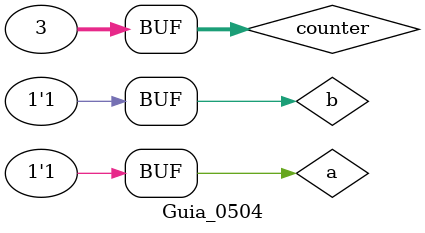
<source format=v>

module QUESTAO(output s2, input a, input b); // (a'.b)' => a' NAND b
	wire na;
	nand nt(na, a, a);
	nand expr(s2, na, b);
endmodule

module Guia_0504;

	integer counter;
	reg a, b;
	wire s;
	QUESTAO nd(.s2(s), .a(a), .b(b));

	initial begin:main;
		a=0; b=0; counter = 0;
		$display("Guia_05 - Questao 4");
		$display("Tabela verdade da expressao (a'.b)'");
		$display("m | a b | s");
		$monitor("%0d | %b %b | %b", counter, a,b,s);
#1 b=1; counter++;
#1 b=0; a=1; counter++;
#1 b=1; counter++;
	end
endmodule

</source>
